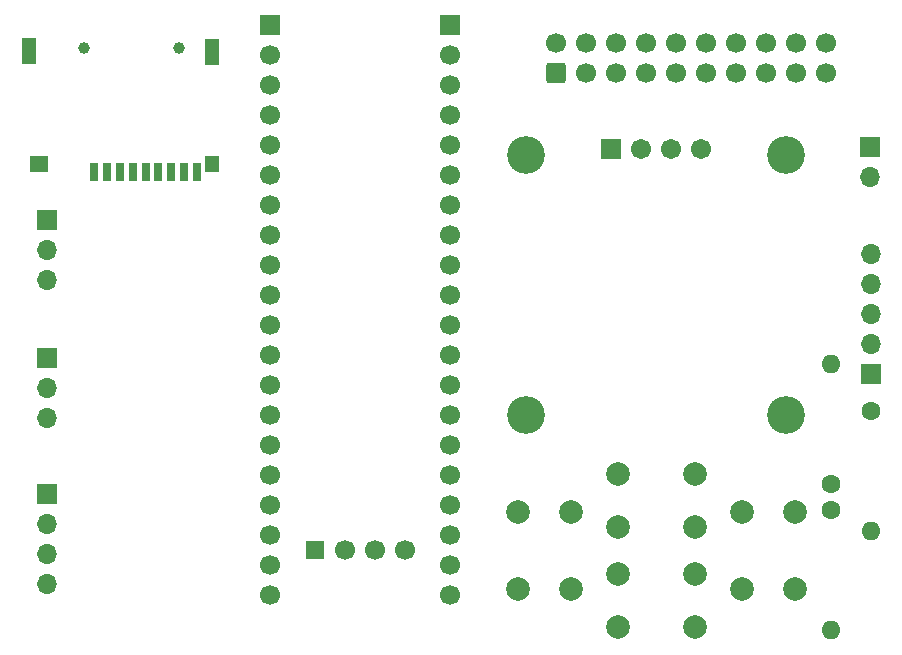
<source format=gbr>
%TF.GenerationSoftware,KiCad,Pcbnew,8.0.5*%
%TF.CreationDate,2024-10-08T11:28:01+02:00*%
%TF.ProjectId,sdiskII_stm32,73646973-6b49-4495-9f73-746d33322e6b,rev?*%
%TF.SameCoordinates,Original*%
%TF.FileFunction,Soldermask,Top*%
%TF.FilePolarity,Negative*%
%FSLAX46Y46*%
G04 Gerber Fmt 4.6, Leading zero omitted, Abs format (unit mm)*
G04 Created by KiCad (PCBNEW 8.0.5) date 2024-10-08 11:28:01*
%MOMM*%
%LPD*%
G01*
G04 APERTURE LIST*
G04 Aperture macros list*
%AMRoundRect*
0 Rectangle with rounded corners*
0 $1 Rounding radius*
0 $2 $3 $4 $5 $6 $7 $8 $9 X,Y pos of 4 corners*
0 Add a 4 corners polygon primitive as box body*
4,1,4,$2,$3,$4,$5,$6,$7,$8,$9,$2,$3,0*
0 Add four circle primitives for the rounded corners*
1,1,$1+$1,$2,$3*
1,1,$1+$1,$4,$5*
1,1,$1+$1,$6,$7*
1,1,$1+$1,$8,$9*
0 Add four rect primitives between the rounded corners*
20,1,$1+$1,$2,$3,$4,$5,0*
20,1,$1+$1,$4,$5,$6,$7,0*
20,1,$1+$1,$6,$7,$8,$9,0*
20,1,$1+$1,$8,$9,$2,$3,0*%
G04 Aperture macros list end*
%ADD10RoundRect,0.250000X0.600000X-0.600000X0.600000X0.600000X-0.600000X0.600000X-0.600000X-0.600000X0*%
%ADD11C,1.700000*%
%ADD12C,2.000000*%
%ADD13C,1.600000*%
%ADD14O,1.600000X1.600000*%
%ADD15R,1.700000X1.700000*%
%ADD16O,1.700000X1.700000*%
%ADD17R,1.524000X1.524000*%
%ADD18RoundRect,0.102000X-0.754000X-0.754000X0.754000X-0.754000X0.754000X0.754000X-0.754000X0.754000X0*%
%ADD19C,1.712000*%
%ADD20C,3.204000*%
%ADD21R,1.600000X1.400000*%
%ADD22C,1.000000*%
%ADD23R,1.200000X2.200000*%
%ADD24R,0.700000X1.600000*%
%ADD25R,1.200000X1.400000*%
G04 APERTURE END LIST*
D10*
%TO.C,J2*%
X178290000Y-92490000D03*
D11*
X178290000Y-89950000D03*
X180830000Y-92490000D03*
X180830000Y-89950000D03*
X183370000Y-92490000D03*
X183370000Y-89950000D03*
X185910000Y-92490000D03*
X185910000Y-89950000D03*
X188450000Y-92490000D03*
X188450000Y-89950000D03*
X190990000Y-92490000D03*
X190990000Y-89950000D03*
X193530000Y-92490000D03*
X193530000Y-89950000D03*
X196070000Y-92490000D03*
X196070000Y-89950000D03*
X198610000Y-92490000D03*
X198610000Y-89950000D03*
X201150000Y-92490000D03*
X201150000Y-89950000D03*
%TD*%
D12*
%TO.C,UP1*%
X190040000Y-130950000D03*
X183540000Y-130950000D03*
X190040000Y-126450000D03*
X183540000Y-126450000D03*
%TD*%
D13*
%TO.C,R1*%
X201600000Y-127330000D03*
D14*
X201600000Y-117170000D03*
%TD*%
D15*
%TO.C,J5*%
X135240000Y-116670000D03*
D16*
X135240000Y-119210000D03*
X135240000Y-121750000D03*
%TD*%
D15*
%TO.C,J4*%
X135240000Y-104975000D03*
D16*
X135240000Y-107515000D03*
X135240000Y-110055000D03*
%TD*%
D15*
%TO.C,\u03BCC1*%
X154050000Y-88440000D03*
D11*
X154050000Y-90980000D03*
X154050000Y-93520000D03*
X154050000Y-96060000D03*
X154050000Y-98600000D03*
X154050000Y-101140000D03*
X154050000Y-103680000D03*
X154050000Y-106220000D03*
X154050000Y-108760000D03*
X154050000Y-111300000D03*
X154050000Y-113840000D03*
X154050000Y-116380000D03*
X154050000Y-118920000D03*
X154050000Y-121460000D03*
X154050000Y-124000000D03*
X154050000Y-126540000D03*
X154050000Y-129080000D03*
X154050000Y-131620000D03*
X154050000Y-134160000D03*
X154050000Y-136700000D03*
X169290000Y-136700000D03*
X169290000Y-134160000D03*
X169290000Y-131620000D03*
X169290000Y-129080000D03*
X169290000Y-126540000D03*
X169290000Y-124000000D03*
X169290000Y-121460000D03*
X169290000Y-118920000D03*
X169290000Y-116380000D03*
X169290000Y-113840000D03*
X169290000Y-111300000D03*
X169290000Y-108760000D03*
X169290000Y-106220000D03*
X169290000Y-103680000D03*
X169290000Y-101140000D03*
X169290000Y-98600000D03*
X169290000Y-96060000D03*
X169290000Y-93520000D03*
X169290000Y-90980000D03*
D15*
X169290000Y-88440000D03*
D17*
X157860000Y-132890000D03*
D11*
X160400000Y-132890000D03*
X162940000Y-132890000D03*
X165480000Y-132890000D03*
%TD*%
D15*
%TO.C,J1*%
X204840000Y-98810000D03*
D16*
X204840000Y-101350000D03*
%TD*%
D12*
%TO.C,ENTR1*%
X198540000Y-129700000D03*
X198540000Y-136200000D03*
X194040000Y-129700000D03*
X194040000Y-136200000D03*
%TD*%
D15*
%TO.C,J6*%
X135240000Y-128180000D03*
D16*
X135240000Y-130720000D03*
X135240000Y-133260000D03*
X135240000Y-135800000D03*
%TD*%
D13*
%TO.C,R3*%
X204950000Y-121120000D03*
D14*
X204950000Y-131280000D03*
%TD*%
D18*
%TO.C,U8*%
X182980000Y-98950000D03*
D19*
X185520000Y-98950000D03*
X188060000Y-98950000D03*
X190600000Y-98950000D03*
D20*
X175790000Y-99450000D03*
X197790000Y-99450000D03*
X197790000Y-121450000D03*
X175790000Y-121450000D03*
%TD*%
D21*
%TO.C,U2*%
X134540000Y-100250000D03*
D22*
X138340000Y-90350000D03*
X146340000Y-90350000D03*
D23*
X149140000Y-90750000D03*
D24*
X139140000Y-100850000D03*
X140240000Y-100850000D03*
X141340000Y-100850000D03*
X142440000Y-100850000D03*
X143540000Y-100850000D03*
X144640000Y-100850000D03*
X145740000Y-100850000D03*
X146840000Y-100850000D03*
X147940000Y-100850000D03*
D25*
X149140000Y-100250000D03*
D23*
X133640000Y-90650000D03*
%TD*%
D13*
%TO.C,R2*%
X201600000Y-129500000D03*
D14*
X201600000Y-139660000D03*
%TD*%
D15*
%TO.C,J3*%
X204940000Y-118030000D03*
D16*
X204940000Y-115490000D03*
X204940000Y-112950000D03*
X204940000Y-110410000D03*
X204940000Y-107870000D03*
%TD*%
D12*
%TO.C,RET1*%
X179540000Y-129700000D03*
X179540000Y-136200000D03*
X175040000Y-129700000D03*
X175040000Y-136200000D03*
%TD*%
%TO.C,DOWN1*%
X183540000Y-134950000D03*
X190040000Y-134950000D03*
X183540000Y-139450000D03*
X190040000Y-139450000D03*
%TD*%
M02*

</source>
